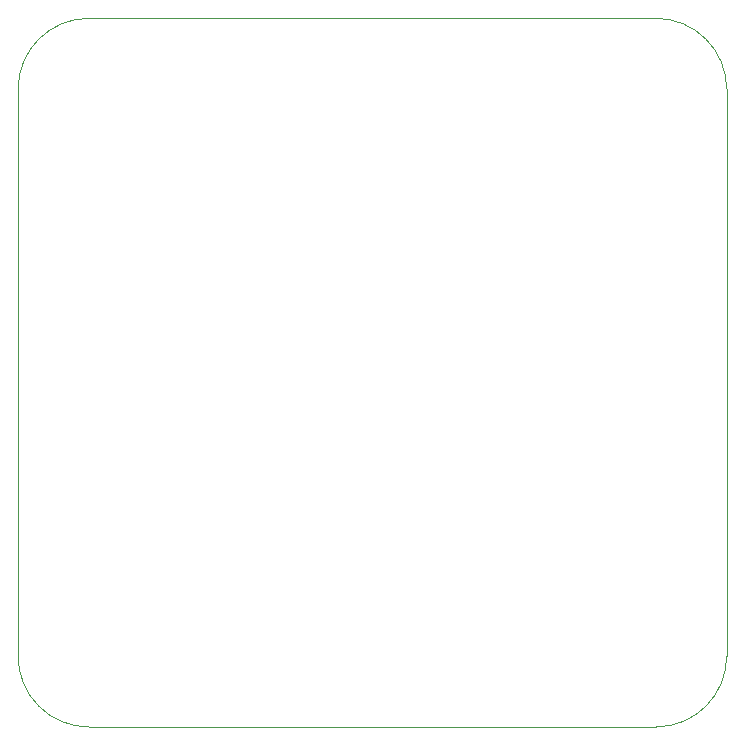
<source format=gbr>
%TF.GenerationSoftware,KiCad,Pcbnew,8.0.6*%
%TF.CreationDate,2025-03-18T14:58:07-04:00*%
%TF.ProjectId,PCB-Test,5043422d-5465-4737-942e-6b696361645f,rev?*%
%TF.SameCoordinates,Original*%
%TF.FileFunction,Profile,NP*%
%FSLAX46Y46*%
G04 Gerber Fmt 4.6, Leading zero omitted, Abs format (unit mm)*
G04 Created by KiCad (PCBNEW 8.0.6) date 2025-03-18 14:58:07*
%MOMM*%
%LPD*%
G01*
G04 APERTURE LIST*
%TA.AperFunction,Profile*%
%ADD10C,0.050000*%
%TD*%
G04 APERTURE END LIST*
D10*
X156000000Y-110000000D02*
X204000000Y-110000000D01*
X204000000Y-50000000D02*
X156000000Y-50000000D01*
X150000000Y-56000000D02*
X150000000Y-104000000D01*
X210000000Y-104000000D02*
G75*
G02*
X204000000Y-110000000I-6000000J0D01*
G01*
X210000000Y-104000000D02*
X210000000Y-56000000D01*
X204000000Y-50000000D02*
G75*
G02*
X210000000Y-56000000I0J-6000000D01*
G01*
X150000000Y-56000000D02*
G75*
G02*
X156000000Y-50000000I6000000J0D01*
G01*
X156000000Y-110000000D02*
G75*
G02*
X150000000Y-104000000I0J6000000D01*
G01*
M02*

</source>
